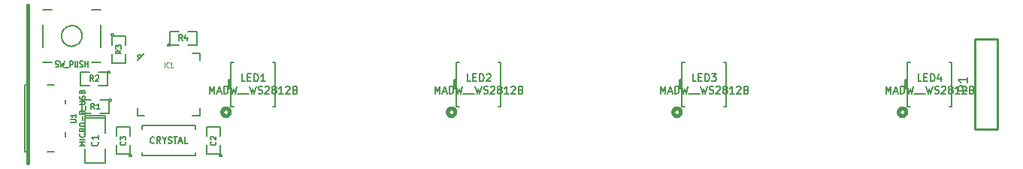
<source format=gto>
G04 (created by PCBNEW-RS274X (2012-apr-16-27)-stable) date Sun 05 Jan 2014 01:48:33 PM CET*
G01*
G70*
G90*
%MOIN*%
G04 Gerber Fmt 3.4, Leading zero omitted, Abs format*
%FSLAX34Y34*%
G04 APERTURE LIST*
%ADD10C,0.006000*%
%ADD11C,0.015000*%
%ADD12C,0.005000*%
%ADD13C,0.010000*%
%ADD14C,0.007000*%
%ADD15C,0.008000*%
%ADD16C,0.004500*%
%ADD17C,0.005500*%
G04 APERTURE END LIST*
G54D10*
G54D11*
X35000Y-19250D02*
X35000Y-26250D01*
G54D12*
X38450Y-24250D02*
X38450Y-24150D01*
X38450Y-24150D02*
X37550Y-24150D01*
X37550Y-24150D02*
X37550Y-24250D01*
X38450Y-24250D02*
X37550Y-24250D01*
X37550Y-24250D02*
X37550Y-24900D01*
X38450Y-25600D02*
X38450Y-26250D01*
X38450Y-26250D02*
X37550Y-26250D01*
X37550Y-26250D02*
X37550Y-25600D01*
X38450Y-24900D02*
X38450Y-24250D01*
X43600Y-25900D02*
X43599Y-25909D01*
X43596Y-25919D01*
X43591Y-25927D01*
X43585Y-25935D01*
X43577Y-25941D01*
X43569Y-25946D01*
X43560Y-25948D01*
X43550Y-25949D01*
X43541Y-25949D01*
X43532Y-25946D01*
X43523Y-25941D01*
X43516Y-25935D01*
X43509Y-25928D01*
X43505Y-25919D01*
X43502Y-25910D01*
X43501Y-25900D01*
X43501Y-25891D01*
X43504Y-25882D01*
X43508Y-25873D01*
X43515Y-25866D01*
X43522Y-25859D01*
X43530Y-25855D01*
X43540Y-25852D01*
X43549Y-25851D01*
X43558Y-25851D01*
X43568Y-25854D01*
X43576Y-25858D01*
X43584Y-25864D01*
X43590Y-25872D01*
X43595Y-25880D01*
X43598Y-25889D01*
X43599Y-25899D01*
X43600Y-25900D01*
X43550Y-25450D02*
X43550Y-25850D01*
X43550Y-25850D02*
X42950Y-25850D01*
X42950Y-25850D02*
X42950Y-25450D01*
X42950Y-25050D02*
X42950Y-24650D01*
X42950Y-24650D02*
X43550Y-24650D01*
X43550Y-24650D02*
X43550Y-25050D01*
X39600Y-25900D02*
X39599Y-25909D01*
X39596Y-25919D01*
X39591Y-25927D01*
X39585Y-25935D01*
X39577Y-25941D01*
X39569Y-25946D01*
X39560Y-25948D01*
X39550Y-25949D01*
X39541Y-25949D01*
X39532Y-25946D01*
X39523Y-25941D01*
X39516Y-25935D01*
X39509Y-25928D01*
X39505Y-25919D01*
X39502Y-25910D01*
X39501Y-25900D01*
X39501Y-25891D01*
X39504Y-25882D01*
X39508Y-25873D01*
X39515Y-25866D01*
X39522Y-25859D01*
X39530Y-25855D01*
X39540Y-25852D01*
X39549Y-25851D01*
X39558Y-25851D01*
X39568Y-25854D01*
X39576Y-25858D01*
X39584Y-25864D01*
X39590Y-25872D01*
X39595Y-25880D01*
X39598Y-25889D01*
X39599Y-25899D01*
X39600Y-25900D01*
X39550Y-25450D02*
X39550Y-25850D01*
X39550Y-25850D02*
X38950Y-25850D01*
X38950Y-25850D02*
X38950Y-25450D01*
X38950Y-25050D02*
X38950Y-24650D01*
X38950Y-24650D02*
X39550Y-24650D01*
X39550Y-24650D02*
X39550Y-25050D01*
X38700Y-23450D02*
X38699Y-23459D01*
X38696Y-23469D01*
X38691Y-23477D01*
X38685Y-23485D01*
X38677Y-23491D01*
X38669Y-23496D01*
X38660Y-23498D01*
X38650Y-23499D01*
X38641Y-23499D01*
X38632Y-23496D01*
X38623Y-23491D01*
X38616Y-23485D01*
X38609Y-23478D01*
X38605Y-23469D01*
X38602Y-23460D01*
X38601Y-23450D01*
X38601Y-23441D01*
X38604Y-23432D01*
X38608Y-23423D01*
X38615Y-23416D01*
X38622Y-23409D01*
X38630Y-23405D01*
X38640Y-23402D01*
X38649Y-23401D01*
X38658Y-23401D01*
X38668Y-23404D01*
X38676Y-23408D01*
X38684Y-23414D01*
X38690Y-23422D01*
X38695Y-23430D01*
X38698Y-23439D01*
X38699Y-23449D01*
X38700Y-23450D01*
X38200Y-23450D02*
X38600Y-23450D01*
X38600Y-23450D02*
X38600Y-24050D01*
X38600Y-24050D02*
X38200Y-24050D01*
X37800Y-24050D02*
X37400Y-24050D01*
X37400Y-24050D02*
X37400Y-23450D01*
X37400Y-23450D02*
X37800Y-23450D01*
X38650Y-22200D02*
X38649Y-22209D01*
X38646Y-22219D01*
X38641Y-22227D01*
X38635Y-22235D01*
X38627Y-22241D01*
X38619Y-22246D01*
X38610Y-22248D01*
X38600Y-22249D01*
X38591Y-22249D01*
X38582Y-22246D01*
X38573Y-22241D01*
X38566Y-22235D01*
X38559Y-22228D01*
X38555Y-22219D01*
X38552Y-22210D01*
X38551Y-22200D01*
X38551Y-22191D01*
X38554Y-22182D01*
X38558Y-22173D01*
X38565Y-22166D01*
X38572Y-22159D01*
X38580Y-22155D01*
X38590Y-22152D01*
X38599Y-22151D01*
X38608Y-22151D01*
X38618Y-22154D01*
X38626Y-22158D01*
X38634Y-22164D01*
X38640Y-22172D01*
X38645Y-22180D01*
X38648Y-22189D01*
X38649Y-22199D01*
X38650Y-22200D01*
X38150Y-22200D02*
X38550Y-22200D01*
X38550Y-22200D02*
X38550Y-22800D01*
X38550Y-22800D02*
X38150Y-22800D01*
X37750Y-22800D02*
X37350Y-22800D01*
X37350Y-22800D02*
X37350Y-22200D01*
X37350Y-22200D02*
X37750Y-22200D01*
X38800Y-20550D02*
X38799Y-20559D01*
X38796Y-20569D01*
X38791Y-20577D01*
X38785Y-20585D01*
X38777Y-20591D01*
X38769Y-20596D01*
X38760Y-20598D01*
X38750Y-20599D01*
X38741Y-20599D01*
X38732Y-20596D01*
X38723Y-20591D01*
X38716Y-20585D01*
X38709Y-20578D01*
X38705Y-20569D01*
X38702Y-20560D01*
X38701Y-20550D01*
X38701Y-20541D01*
X38704Y-20532D01*
X38708Y-20523D01*
X38715Y-20516D01*
X38722Y-20509D01*
X38730Y-20505D01*
X38740Y-20502D01*
X38749Y-20501D01*
X38758Y-20501D01*
X38768Y-20504D01*
X38776Y-20508D01*
X38784Y-20514D01*
X38790Y-20522D01*
X38795Y-20530D01*
X38798Y-20539D01*
X38799Y-20549D01*
X38800Y-20550D01*
X38750Y-21000D02*
X38750Y-20600D01*
X38750Y-20600D02*
X39350Y-20600D01*
X39350Y-20600D02*
X39350Y-21000D01*
X39350Y-21400D02*
X39350Y-21800D01*
X39350Y-21800D02*
X38750Y-21800D01*
X38750Y-21800D02*
X38750Y-21400D01*
G54D13*
X78000Y-20750D02*
X78000Y-24750D01*
X77000Y-20750D02*
X77000Y-24750D01*
X77000Y-24750D02*
X78000Y-24750D01*
X78000Y-20750D02*
X77000Y-20750D01*
G54D14*
X42431Y-24581D02*
X42431Y-24738D01*
X40069Y-24581D02*
X42431Y-24581D01*
X40069Y-24581D02*
X40069Y-24738D01*
X40069Y-25919D02*
X40069Y-25762D01*
X42431Y-25919D02*
X40069Y-25919D01*
X42431Y-25919D02*
X42431Y-25762D01*
X36657Y-25077D02*
X36657Y-24880D01*
X36657Y-23423D02*
X36657Y-23620D01*
X35870Y-22754D02*
X36185Y-22754D01*
X35870Y-25746D02*
X36185Y-25746D01*
X34886Y-22754D02*
X34886Y-25746D01*
X34886Y-25746D02*
X35043Y-25746D01*
X34886Y-22754D02*
X35043Y-22754D01*
X40020Y-21490D02*
X40018Y-21503D01*
X40014Y-21516D01*
X40008Y-21528D01*
X39999Y-21539D01*
X39989Y-21548D01*
X39977Y-21554D01*
X39964Y-21558D01*
X39950Y-21559D01*
X39937Y-21558D01*
X39924Y-21554D01*
X39912Y-21548D01*
X39902Y-21540D01*
X39893Y-21529D01*
X39886Y-21517D01*
X39882Y-21504D01*
X39881Y-21490D01*
X39882Y-21478D01*
X39885Y-21465D01*
X39892Y-21453D01*
X39900Y-21442D01*
X39911Y-21433D01*
X39922Y-21426D01*
X39935Y-21422D01*
X39949Y-21421D01*
X39962Y-21422D01*
X39975Y-21425D01*
X39987Y-21431D01*
X39998Y-21440D01*
X40007Y-21450D01*
X40013Y-21462D01*
X40018Y-21475D01*
X40019Y-21489D01*
X40020Y-21490D01*
X39872Y-21687D02*
X40167Y-21372D01*
X40167Y-24128D02*
X39872Y-24128D01*
X39872Y-24128D02*
X39872Y-23813D01*
X42628Y-23813D02*
X42628Y-24128D01*
X42628Y-24128D02*
X42313Y-24128D01*
X42628Y-21372D02*
X42628Y-21667D01*
X42313Y-21372D02*
X42628Y-21372D01*
G54D12*
X41300Y-21000D02*
X41299Y-21009D01*
X41296Y-21019D01*
X41291Y-21027D01*
X41285Y-21035D01*
X41277Y-21041D01*
X41269Y-21046D01*
X41260Y-21048D01*
X41250Y-21049D01*
X41241Y-21049D01*
X41232Y-21046D01*
X41223Y-21041D01*
X41216Y-21035D01*
X41209Y-21028D01*
X41205Y-21019D01*
X41202Y-21010D01*
X41201Y-21000D01*
X41201Y-20991D01*
X41204Y-20982D01*
X41208Y-20973D01*
X41215Y-20966D01*
X41222Y-20959D01*
X41230Y-20955D01*
X41240Y-20952D01*
X41249Y-20951D01*
X41258Y-20951D01*
X41268Y-20954D01*
X41276Y-20958D01*
X41284Y-20964D01*
X41290Y-20972D01*
X41295Y-20980D01*
X41298Y-20989D01*
X41299Y-20999D01*
X41300Y-21000D01*
X41700Y-21000D02*
X41300Y-21000D01*
X41300Y-21000D02*
X41300Y-20400D01*
X41300Y-20400D02*
X41700Y-20400D01*
X42100Y-20400D02*
X42500Y-20400D01*
X42500Y-20400D02*
X42500Y-21000D01*
X42500Y-21000D02*
X42100Y-21000D01*
G54D11*
X43946Y-23970D02*
X43942Y-24002D01*
X43933Y-24033D01*
X43918Y-24061D01*
X43897Y-24086D01*
X43872Y-24107D01*
X43844Y-24123D01*
X43813Y-24132D01*
X43781Y-24135D01*
X43749Y-24133D01*
X43718Y-24123D01*
X43690Y-24108D01*
X43664Y-24088D01*
X43644Y-24063D01*
X43628Y-24035D01*
X43618Y-24004D01*
X43615Y-23972D01*
X43617Y-23941D01*
X43626Y-23909D01*
X43641Y-23881D01*
X43661Y-23855D01*
X43686Y-23834D01*
X43714Y-23818D01*
X43745Y-23808D01*
X43777Y-23805D01*
X43808Y-23807D01*
X43840Y-23816D01*
X43868Y-23830D01*
X43894Y-23850D01*
X43915Y-23875D01*
X43931Y-23903D01*
X43941Y-23934D01*
X43945Y-23966D01*
X43946Y-23970D01*
G54D15*
X43976Y-22947D02*
X43976Y-22553D01*
X44016Y-22553D02*
X43898Y-22553D01*
X43898Y-22553D02*
X43898Y-22947D01*
X43898Y-22947D02*
X44016Y-22947D01*
X45984Y-23734D02*
X45866Y-23734D01*
X45984Y-21766D02*
X45866Y-21766D01*
X44016Y-21766D02*
X44134Y-21766D01*
X44016Y-21766D02*
X44016Y-23734D01*
X44016Y-23734D02*
X44134Y-23734D01*
X45984Y-21766D02*
X45984Y-23734D01*
G54D11*
X53946Y-23970D02*
X53942Y-24002D01*
X53933Y-24033D01*
X53918Y-24061D01*
X53897Y-24086D01*
X53872Y-24107D01*
X53844Y-24123D01*
X53813Y-24132D01*
X53781Y-24135D01*
X53749Y-24133D01*
X53718Y-24123D01*
X53690Y-24108D01*
X53664Y-24088D01*
X53644Y-24063D01*
X53628Y-24035D01*
X53618Y-24004D01*
X53615Y-23972D01*
X53617Y-23941D01*
X53626Y-23909D01*
X53641Y-23881D01*
X53661Y-23855D01*
X53686Y-23834D01*
X53714Y-23818D01*
X53745Y-23808D01*
X53777Y-23805D01*
X53808Y-23807D01*
X53840Y-23816D01*
X53868Y-23830D01*
X53894Y-23850D01*
X53915Y-23875D01*
X53931Y-23903D01*
X53941Y-23934D01*
X53945Y-23966D01*
X53946Y-23970D01*
G54D15*
X53976Y-22947D02*
X53976Y-22553D01*
X54016Y-22553D02*
X53898Y-22553D01*
X53898Y-22553D02*
X53898Y-22947D01*
X53898Y-22947D02*
X54016Y-22947D01*
X55984Y-23734D02*
X55866Y-23734D01*
X55984Y-21766D02*
X55866Y-21766D01*
X54016Y-21766D02*
X54134Y-21766D01*
X54016Y-21766D02*
X54016Y-23734D01*
X54016Y-23734D02*
X54134Y-23734D01*
X55984Y-21766D02*
X55984Y-23734D01*
G54D11*
X63946Y-23970D02*
X63942Y-24002D01*
X63933Y-24033D01*
X63918Y-24061D01*
X63897Y-24086D01*
X63872Y-24107D01*
X63844Y-24123D01*
X63813Y-24132D01*
X63781Y-24135D01*
X63749Y-24133D01*
X63718Y-24123D01*
X63690Y-24108D01*
X63664Y-24088D01*
X63644Y-24063D01*
X63628Y-24035D01*
X63618Y-24004D01*
X63615Y-23972D01*
X63617Y-23941D01*
X63626Y-23909D01*
X63641Y-23881D01*
X63661Y-23855D01*
X63686Y-23834D01*
X63714Y-23818D01*
X63745Y-23808D01*
X63777Y-23805D01*
X63808Y-23807D01*
X63840Y-23816D01*
X63868Y-23830D01*
X63894Y-23850D01*
X63915Y-23875D01*
X63931Y-23903D01*
X63941Y-23934D01*
X63945Y-23966D01*
X63946Y-23970D01*
G54D15*
X63976Y-22947D02*
X63976Y-22553D01*
X64016Y-22553D02*
X63898Y-22553D01*
X63898Y-22553D02*
X63898Y-22947D01*
X63898Y-22947D02*
X64016Y-22947D01*
X65984Y-23734D02*
X65866Y-23734D01*
X65984Y-21766D02*
X65866Y-21766D01*
X64016Y-21766D02*
X64134Y-21766D01*
X64016Y-21766D02*
X64016Y-23734D01*
X64016Y-23734D02*
X64134Y-23734D01*
X65984Y-21766D02*
X65984Y-23734D01*
G54D11*
X73946Y-23970D02*
X73942Y-24002D01*
X73933Y-24033D01*
X73918Y-24061D01*
X73897Y-24086D01*
X73872Y-24107D01*
X73844Y-24123D01*
X73813Y-24132D01*
X73781Y-24135D01*
X73749Y-24133D01*
X73718Y-24123D01*
X73690Y-24108D01*
X73664Y-24088D01*
X73644Y-24063D01*
X73628Y-24035D01*
X73618Y-24004D01*
X73615Y-23972D01*
X73617Y-23941D01*
X73626Y-23909D01*
X73641Y-23881D01*
X73661Y-23855D01*
X73686Y-23834D01*
X73714Y-23818D01*
X73745Y-23808D01*
X73777Y-23805D01*
X73808Y-23807D01*
X73840Y-23816D01*
X73868Y-23830D01*
X73894Y-23850D01*
X73915Y-23875D01*
X73931Y-23903D01*
X73941Y-23934D01*
X73945Y-23966D01*
X73946Y-23970D01*
G54D15*
X73976Y-22947D02*
X73976Y-22553D01*
X74016Y-22553D02*
X73898Y-22553D01*
X73898Y-22553D02*
X73898Y-22947D01*
X73898Y-22947D02*
X74016Y-22947D01*
X75984Y-23734D02*
X75866Y-23734D01*
X75984Y-21766D02*
X75866Y-21766D01*
X74016Y-21766D02*
X74134Y-21766D01*
X74016Y-21766D02*
X74016Y-23734D01*
X74016Y-23734D02*
X74134Y-23734D01*
X75984Y-21766D02*
X75984Y-23734D01*
G54D14*
X36068Y-21776D02*
X35676Y-21776D01*
X38224Y-21776D02*
X37832Y-21776D01*
X35676Y-19424D02*
X36068Y-19424D01*
X38224Y-19424D02*
X37832Y-19424D01*
X35676Y-20110D02*
X35676Y-21090D01*
X38224Y-21090D02*
X38224Y-20110D01*
G54D15*
X37406Y-20600D02*
X37397Y-20688D01*
X37371Y-20773D01*
X37329Y-20852D01*
X37273Y-20921D01*
X37204Y-20978D01*
X37126Y-21020D01*
X37041Y-21046D01*
X36953Y-21055D01*
X36865Y-21047D01*
X36780Y-21022D01*
X36701Y-20981D01*
X36631Y-20925D01*
X36574Y-20857D01*
X36531Y-20779D01*
X36504Y-20694D01*
X36495Y-20606D01*
X36502Y-20518D01*
X36527Y-20433D01*
X36567Y-20353D01*
X36622Y-20284D01*
X36690Y-20226D01*
X36768Y-20183D01*
X36853Y-20155D01*
X36941Y-20145D01*
X37029Y-20151D01*
X37114Y-20175D01*
X37194Y-20215D01*
X37264Y-20270D01*
X37322Y-20338D01*
X37366Y-20415D01*
X37394Y-20499D01*
X37405Y-20588D01*
X37406Y-20600D01*
G54D12*
X38093Y-25300D02*
X38107Y-25314D01*
X38121Y-25357D01*
X38121Y-25386D01*
X38107Y-25429D01*
X38079Y-25457D01*
X38050Y-25472D01*
X37993Y-25486D01*
X37950Y-25486D01*
X37893Y-25472D01*
X37864Y-25457D01*
X37836Y-25429D01*
X37821Y-25386D01*
X37821Y-25357D01*
X37836Y-25314D01*
X37850Y-25300D01*
X38121Y-25014D02*
X38121Y-25186D01*
X38121Y-25100D02*
X37821Y-25100D01*
X37864Y-25129D01*
X37893Y-25157D01*
X37907Y-25186D01*
X43327Y-25292D02*
X43339Y-25304D01*
X43351Y-25339D01*
X43351Y-25363D01*
X43339Y-25399D01*
X43315Y-25423D01*
X43292Y-25434D01*
X43244Y-25446D01*
X43208Y-25446D01*
X43161Y-25434D01*
X43137Y-25423D01*
X43113Y-25399D01*
X43101Y-25363D01*
X43101Y-25339D01*
X43113Y-25304D01*
X43125Y-25292D01*
X43125Y-25196D02*
X43113Y-25184D01*
X43101Y-25161D01*
X43101Y-25101D01*
X43113Y-25077D01*
X43125Y-25065D01*
X43149Y-25054D01*
X43173Y-25054D01*
X43208Y-25065D01*
X43351Y-25208D01*
X43351Y-25054D01*
X39327Y-25292D02*
X39339Y-25304D01*
X39351Y-25339D01*
X39351Y-25363D01*
X39339Y-25399D01*
X39315Y-25423D01*
X39292Y-25434D01*
X39244Y-25446D01*
X39208Y-25446D01*
X39161Y-25434D01*
X39137Y-25423D01*
X39113Y-25399D01*
X39101Y-25363D01*
X39101Y-25339D01*
X39113Y-25304D01*
X39125Y-25292D01*
X39101Y-25208D02*
X39101Y-25054D01*
X39196Y-25137D01*
X39196Y-25101D01*
X39208Y-25077D01*
X39220Y-25065D01*
X39244Y-25054D01*
X39304Y-25054D01*
X39327Y-25065D01*
X39339Y-25077D01*
X39351Y-25101D01*
X39351Y-25173D01*
X39339Y-25196D01*
X39327Y-25208D01*
X37958Y-23851D02*
X37875Y-23732D01*
X37816Y-23851D02*
X37816Y-23601D01*
X37911Y-23601D01*
X37935Y-23613D01*
X37946Y-23625D01*
X37958Y-23649D01*
X37958Y-23685D01*
X37946Y-23708D01*
X37935Y-23720D01*
X37911Y-23732D01*
X37816Y-23732D01*
X38196Y-23851D02*
X38054Y-23851D01*
X38125Y-23851D02*
X38125Y-23601D01*
X38101Y-23637D01*
X38077Y-23661D01*
X38054Y-23673D01*
X37908Y-22601D02*
X37825Y-22482D01*
X37766Y-22601D02*
X37766Y-22351D01*
X37861Y-22351D01*
X37885Y-22363D01*
X37896Y-22375D01*
X37908Y-22399D01*
X37908Y-22435D01*
X37896Y-22458D01*
X37885Y-22470D01*
X37861Y-22482D01*
X37766Y-22482D01*
X38004Y-22375D02*
X38016Y-22363D01*
X38039Y-22351D01*
X38099Y-22351D01*
X38123Y-22363D01*
X38135Y-22375D01*
X38146Y-22399D01*
X38146Y-22423D01*
X38135Y-22458D01*
X37992Y-22601D01*
X38146Y-22601D01*
X39151Y-21242D02*
X39032Y-21325D01*
X39151Y-21384D02*
X38901Y-21384D01*
X38901Y-21289D01*
X38913Y-21265D01*
X38925Y-21254D01*
X38949Y-21242D01*
X38985Y-21242D01*
X39008Y-21254D01*
X39020Y-21265D01*
X39032Y-21289D01*
X39032Y-21384D01*
X38901Y-21158D02*
X38901Y-21004D01*
X38996Y-21087D01*
X38996Y-21051D01*
X39008Y-21027D01*
X39020Y-21015D01*
X39044Y-21004D01*
X39104Y-21004D01*
X39127Y-21015D01*
X39139Y-21027D01*
X39151Y-21051D01*
X39151Y-21123D01*
X39139Y-21146D01*
X39127Y-21158D01*
G54D15*
X76662Y-23045D02*
X76262Y-23045D01*
X76262Y-22892D01*
X76281Y-22854D01*
X76300Y-22835D01*
X76338Y-22816D01*
X76395Y-22816D01*
X76433Y-22835D01*
X76452Y-22854D01*
X76471Y-22892D01*
X76471Y-23045D01*
X76662Y-22435D02*
X76662Y-22664D01*
X76662Y-22550D02*
X76262Y-22550D01*
X76319Y-22588D01*
X76357Y-22626D01*
X76376Y-22664D01*
G54D14*
X40604Y-25337D02*
X40590Y-25350D01*
X40550Y-25363D01*
X40524Y-25363D01*
X40484Y-25350D01*
X40457Y-25323D01*
X40444Y-25297D01*
X40430Y-25243D01*
X40430Y-25203D01*
X40444Y-25150D01*
X40457Y-25123D01*
X40484Y-25097D01*
X40524Y-25083D01*
X40550Y-25083D01*
X40590Y-25097D01*
X40604Y-25110D01*
X40884Y-25363D02*
X40790Y-25230D01*
X40724Y-25363D02*
X40724Y-25083D01*
X40830Y-25083D01*
X40857Y-25097D01*
X40870Y-25110D01*
X40884Y-25137D01*
X40884Y-25177D01*
X40870Y-25203D01*
X40857Y-25217D01*
X40830Y-25230D01*
X40724Y-25230D01*
X41057Y-25230D02*
X41057Y-25363D01*
X40964Y-25083D02*
X41057Y-25230D01*
X41150Y-25083D01*
X41230Y-25350D02*
X41270Y-25363D01*
X41337Y-25363D01*
X41364Y-25350D01*
X41377Y-25337D01*
X41390Y-25310D01*
X41390Y-25283D01*
X41377Y-25257D01*
X41364Y-25243D01*
X41337Y-25230D01*
X41284Y-25217D01*
X41257Y-25203D01*
X41244Y-25190D01*
X41230Y-25163D01*
X41230Y-25137D01*
X41244Y-25110D01*
X41257Y-25097D01*
X41284Y-25083D01*
X41350Y-25083D01*
X41390Y-25097D01*
X41471Y-25083D02*
X41631Y-25083D01*
X41551Y-25363D02*
X41551Y-25083D01*
X41710Y-25283D02*
X41844Y-25283D01*
X41684Y-25363D02*
X41777Y-25083D01*
X41870Y-25363D01*
X42097Y-25363D02*
X41964Y-25363D01*
X41964Y-25083D01*
G54D10*
X36908Y-24433D02*
X37102Y-24433D01*
X37125Y-24421D01*
X37137Y-24410D01*
X37148Y-24387D01*
X37148Y-24341D01*
X37137Y-24319D01*
X37125Y-24307D01*
X37102Y-24296D01*
X36908Y-24296D01*
X37148Y-24056D02*
X37148Y-24193D01*
X37148Y-24125D02*
X36908Y-24125D01*
X36942Y-24148D01*
X36965Y-24170D01*
X36977Y-24193D01*
X37542Y-25472D02*
X37302Y-25472D01*
X37474Y-25392D01*
X37302Y-25312D01*
X37542Y-25312D01*
X37542Y-25198D02*
X37302Y-25198D01*
X37519Y-24947D02*
X37531Y-24958D01*
X37542Y-24992D01*
X37542Y-25015D01*
X37531Y-25050D01*
X37508Y-25072D01*
X37485Y-25084D01*
X37439Y-25095D01*
X37405Y-25095D01*
X37359Y-25084D01*
X37336Y-25072D01*
X37314Y-25050D01*
X37302Y-25015D01*
X37302Y-24992D01*
X37314Y-24958D01*
X37325Y-24947D01*
X37542Y-24707D02*
X37428Y-24787D01*
X37542Y-24844D02*
X37302Y-24844D01*
X37302Y-24752D01*
X37314Y-24730D01*
X37325Y-24718D01*
X37348Y-24707D01*
X37382Y-24707D01*
X37405Y-24718D01*
X37416Y-24730D01*
X37428Y-24752D01*
X37428Y-24844D01*
X37302Y-24558D02*
X37302Y-24512D01*
X37314Y-24490D01*
X37336Y-24467D01*
X37382Y-24455D01*
X37462Y-24455D01*
X37508Y-24467D01*
X37531Y-24490D01*
X37542Y-24512D01*
X37542Y-24558D01*
X37531Y-24581D01*
X37508Y-24604D01*
X37462Y-24615D01*
X37382Y-24615D01*
X37336Y-24604D01*
X37314Y-24581D01*
X37302Y-24558D01*
X37451Y-24353D02*
X37451Y-24170D01*
X37416Y-23976D02*
X37428Y-23942D01*
X37439Y-23930D01*
X37462Y-23919D01*
X37496Y-23919D01*
X37519Y-23930D01*
X37531Y-23942D01*
X37542Y-23964D01*
X37542Y-24056D01*
X37302Y-24056D01*
X37302Y-23976D01*
X37314Y-23953D01*
X37325Y-23942D01*
X37348Y-23930D01*
X37371Y-23930D01*
X37394Y-23942D01*
X37405Y-23953D01*
X37416Y-23976D01*
X37416Y-24056D01*
X37565Y-23873D02*
X37565Y-23690D01*
X37302Y-23633D02*
X37496Y-23633D01*
X37519Y-23621D01*
X37531Y-23610D01*
X37542Y-23587D01*
X37542Y-23541D01*
X37531Y-23519D01*
X37519Y-23507D01*
X37496Y-23496D01*
X37302Y-23496D01*
X37531Y-23393D02*
X37542Y-23359D01*
X37542Y-23302D01*
X37531Y-23279D01*
X37519Y-23268D01*
X37496Y-23256D01*
X37474Y-23256D01*
X37451Y-23268D01*
X37439Y-23279D01*
X37428Y-23302D01*
X37416Y-23348D01*
X37405Y-23370D01*
X37394Y-23382D01*
X37371Y-23393D01*
X37348Y-23393D01*
X37325Y-23382D01*
X37314Y-23370D01*
X37302Y-23348D01*
X37302Y-23290D01*
X37314Y-23256D01*
X37416Y-23073D02*
X37428Y-23039D01*
X37439Y-23027D01*
X37462Y-23016D01*
X37496Y-23016D01*
X37519Y-23027D01*
X37531Y-23039D01*
X37542Y-23061D01*
X37542Y-23153D01*
X37302Y-23153D01*
X37302Y-23073D01*
X37314Y-23050D01*
X37325Y-23039D01*
X37348Y-23027D01*
X37371Y-23027D01*
X37394Y-23039D01*
X37405Y-23050D01*
X37416Y-23073D01*
X37416Y-23153D01*
G54D16*
X41075Y-21997D02*
X41075Y-21757D01*
X41264Y-21974D02*
X41255Y-21986D01*
X41229Y-21997D01*
X41212Y-21997D01*
X41187Y-21986D01*
X41169Y-21963D01*
X41161Y-21940D01*
X41152Y-21894D01*
X41152Y-21860D01*
X41161Y-21814D01*
X41169Y-21791D01*
X41187Y-21769D01*
X41212Y-21757D01*
X41229Y-21757D01*
X41255Y-21769D01*
X41264Y-21780D01*
X41435Y-21997D02*
X41332Y-21997D01*
X41384Y-21997D02*
X41384Y-21757D01*
X41367Y-21791D01*
X41349Y-21814D01*
X41332Y-21826D01*
G54D12*
X41858Y-20801D02*
X41775Y-20682D01*
X41716Y-20801D02*
X41716Y-20551D01*
X41811Y-20551D01*
X41835Y-20563D01*
X41846Y-20575D01*
X41858Y-20599D01*
X41858Y-20635D01*
X41846Y-20658D01*
X41835Y-20670D01*
X41811Y-20682D01*
X41716Y-20682D01*
X42073Y-20635D02*
X42073Y-20801D01*
X42013Y-20539D02*
X41954Y-20718D01*
X42108Y-20718D01*
G54D15*
X44642Y-22604D02*
X44489Y-22604D01*
X44489Y-22284D01*
X44748Y-22436D02*
X44855Y-22436D01*
X44901Y-22604D02*
X44748Y-22604D01*
X44748Y-22284D01*
X44901Y-22284D01*
X45038Y-22604D02*
X45038Y-22284D01*
X45114Y-22284D01*
X45160Y-22299D01*
X45191Y-22329D01*
X45206Y-22360D01*
X45221Y-22421D01*
X45221Y-22466D01*
X45206Y-22527D01*
X45191Y-22558D01*
X45160Y-22588D01*
X45114Y-22604D01*
X45038Y-22604D01*
X45526Y-22604D02*
X45343Y-22604D01*
X45434Y-22604D02*
X45434Y-22284D01*
X45404Y-22329D01*
X45373Y-22360D01*
X45343Y-22375D01*
X43064Y-23156D02*
X43064Y-22836D01*
X43171Y-23064D01*
X43278Y-22836D01*
X43278Y-23156D01*
X43415Y-23064D02*
X43567Y-23064D01*
X43384Y-23156D02*
X43491Y-22836D01*
X43598Y-23156D01*
X43704Y-23156D02*
X43704Y-22836D01*
X43780Y-22836D01*
X43826Y-22851D01*
X43857Y-22881D01*
X43872Y-22912D01*
X43887Y-22973D01*
X43887Y-23018D01*
X43872Y-23079D01*
X43857Y-23110D01*
X43826Y-23140D01*
X43780Y-23156D01*
X43704Y-23156D01*
X43994Y-22836D02*
X44070Y-23156D01*
X44131Y-22927D01*
X44192Y-23156D01*
X44268Y-22836D01*
X44314Y-23186D02*
X44558Y-23186D01*
X44558Y-23186D02*
X44802Y-23186D01*
X44848Y-22836D02*
X44924Y-23156D01*
X44985Y-22927D01*
X45046Y-23156D01*
X45122Y-22836D01*
X45229Y-23140D02*
X45275Y-23156D01*
X45351Y-23156D01*
X45381Y-23140D01*
X45397Y-23125D01*
X45412Y-23095D01*
X45412Y-23064D01*
X45397Y-23034D01*
X45381Y-23018D01*
X45351Y-23003D01*
X45290Y-22988D01*
X45259Y-22973D01*
X45244Y-22957D01*
X45229Y-22927D01*
X45229Y-22896D01*
X45244Y-22866D01*
X45259Y-22851D01*
X45290Y-22836D01*
X45366Y-22836D01*
X45412Y-22851D01*
X45534Y-22866D02*
X45549Y-22851D01*
X45580Y-22836D01*
X45656Y-22836D01*
X45686Y-22851D01*
X45702Y-22866D01*
X45717Y-22896D01*
X45717Y-22927D01*
X45702Y-22973D01*
X45519Y-23156D01*
X45717Y-23156D01*
X45900Y-22973D02*
X45869Y-22957D01*
X45854Y-22942D01*
X45839Y-22912D01*
X45839Y-22896D01*
X45854Y-22866D01*
X45869Y-22851D01*
X45900Y-22836D01*
X45961Y-22836D01*
X45991Y-22851D01*
X46007Y-22866D01*
X46022Y-22896D01*
X46022Y-22912D01*
X46007Y-22942D01*
X45991Y-22957D01*
X45961Y-22973D01*
X45900Y-22973D01*
X45869Y-22988D01*
X45854Y-23003D01*
X45839Y-23034D01*
X45839Y-23095D01*
X45854Y-23125D01*
X45869Y-23140D01*
X45900Y-23156D01*
X45961Y-23156D01*
X45991Y-23140D01*
X46007Y-23125D01*
X46022Y-23095D01*
X46022Y-23034D01*
X46007Y-23003D01*
X45991Y-22988D01*
X45961Y-22973D01*
X46327Y-23156D02*
X46144Y-23156D01*
X46235Y-23156D02*
X46235Y-22836D01*
X46205Y-22881D01*
X46174Y-22912D01*
X46144Y-22927D01*
X46449Y-22866D02*
X46464Y-22851D01*
X46495Y-22836D01*
X46571Y-22836D01*
X46601Y-22851D01*
X46617Y-22866D01*
X46632Y-22896D01*
X46632Y-22927D01*
X46617Y-22973D01*
X46434Y-23156D01*
X46632Y-23156D01*
X46876Y-22988D02*
X46922Y-23003D01*
X46937Y-23018D01*
X46952Y-23049D01*
X46952Y-23095D01*
X46937Y-23125D01*
X46922Y-23140D01*
X46891Y-23156D01*
X46769Y-23156D01*
X46769Y-22836D01*
X46876Y-22836D01*
X46906Y-22851D01*
X46922Y-22866D01*
X46937Y-22896D01*
X46937Y-22927D01*
X46922Y-22957D01*
X46906Y-22973D01*
X46876Y-22988D01*
X46769Y-22988D01*
X54642Y-22604D02*
X54489Y-22604D01*
X54489Y-22284D01*
X54748Y-22436D02*
X54855Y-22436D01*
X54901Y-22604D02*
X54748Y-22604D01*
X54748Y-22284D01*
X54901Y-22284D01*
X55038Y-22604D02*
X55038Y-22284D01*
X55114Y-22284D01*
X55160Y-22299D01*
X55191Y-22329D01*
X55206Y-22360D01*
X55221Y-22421D01*
X55221Y-22466D01*
X55206Y-22527D01*
X55191Y-22558D01*
X55160Y-22588D01*
X55114Y-22604D01*
X55038Y-22604D01*
X55343Y-22314D02*
X55358Y-22299D01*
X55389Y-22284D01*
X55465Y-22284D01*
X55495Y-22299D01*
X55511Y-22314D01*
X55526Y-22344D01*
X55526Y-22375D01*
X55511Y-22421D01*
X55328Y-22604D01*
X55526Y-22604D01*
X53064Y-23156D02*
X53064Y-22836D01*
X53171Y-23064D01*
X53278Y-22836D01*
X53278Y-23156D01*
X53415Y-23064D02*
X53567Y-23064D01*
X53384Y-23156D02*
X53491Y-22836D01*
X53598Y-23156D01*
X53704Y-23156D02*
X53704Y-22836D01*
X53780Y-22836D01*
X53826Y-22851D01*
X53857Y-22881D01*
X53872Y-22912D01*
X53887Y-22973D01*
X53887Y-23018D01*
X53872Y-23079D01*
X53857Y-23110D01*
X53826Y-23140D01*
X53780Y-23156D01*
X53704Y-23156D01*
X53994Y-22836D02*
X54070Y-23156D01*
X54131Y-22927D01*
X54192Y-23156D01*
X54268Y-22836D01*
X54314Y-23186D02*
X54558Y-23186D01*
X54558Y-23186D02*
X54802Y-23186D01*
X54848Y-22836D02*
X54924Y-23156D01*
X54985Y-22927D01*
X55046Y-23156D01*
X55122Y-22836D01*
X55229Y-23140D02*
X55275Y-23156D01*
X55351Y-23156D01*
X55381Y-23140D01*
X55397Y-23125D01*
X55412Y-23095D01*
X55412Y-23064D01*
X55397Y-23034D01*
X55381Y-23018D01*
X55351Y-23003D01*
X55290Y-22988D01*
X55259Y-22973D01*
X55244Y-22957D01*
X55229Y-22927D01*
X55229Y-22896D01*
X55244Y-22866D01*
X55259Y-22851D01*
X55290Y-22836D01*
X55366Y-22836D01*
X55412Y-22851D01*
X55534Y-22866D02*
X55549Y-22851D01*
X55580Y-22836D01*
X55656Y-22836D01*
X55686Y-22851D01*
X55702Y-22866D01*
X55717Y-22896D01*
X55717Y-22927D01*
X55702Y-22973D01*
X55519Y-23156D01*
X55717Y-23156D01*
X55900Y-22973D02*
X55869Y-22957D01*
X55854Y-22942D01*
X55839Y-22912D01*
X55839Y-22896D01*
X55854Y-22866D01*
X55869Y-22851D01*
X55900Y-22836D01*
X55961Y-22836D01*
X55991Y-22851D01*
X56007Y-22866D01*
X56022Y-22896D01*
X56022Y-22912D01*
X56007Y-22942D01*
X55991Y-22957D01*
X55961Y-22973D01*
X55900Y-22973D01*
X55869Y-22988D01*
X55854Y-23003D01*
X55839Y-23034D01*
X55839Y-23095D01*
X55854Y-23125D01*
X55869Y-23140D01*
X55900Y-23156D01*
X55961Y-23156D01*
X55991Y-23140D01*
X56007Y-23125D01*
X56022Y-23095D01*
X56022Y-23034D01*
X56007Y-23003D01*
X55991Y-22988D01*
X55961Y-22973D01*
X56327Y-23156D02*
X56144Y-23156D01*
X56235Y-23156D02*
X56235Y-22836D01*
X56205Y-22881D01*
X56174Y-22912D01*
X56144Y-22927D01*
X56449Y-22866D02*
X56464Y-22851D01*
X56495Y-22836D01*
X56571Y-22836D01*
X56601Y-22851D01*
X56617Y-22866D01*
X56632Y-22896D01*
X56632Y-22927D01*
X56617Y-22973D01*
X56434Y-23156D01*
X56632Y-23156D01*
X56876Y-22988D02*
X56922Y-23003D01*
X56937Y-23018D01*
X56952Y-23049D01*
X56952Y-23095D01*
X56937Y-23125D01*
X56922Y-23140D01*
X56891Y-23156D01*
X56769Y-23156D01*
X56769Y-22836D01*
X56876Y-22836D01*
X56906Y-22851D01*
X56922Y-22866D01*
X56937Y-22896D01*
X56937Y-22927D01*
X56922Y-22957D01*
X56906Y-22973D01*
X56876Y-22988D01*
X56769Y-22988D01*
X64642Y-22604D02*
X64489Y-22604D01*
X64489Y-22284D01*
X64748Y-22436D02*
X64855Y-22436D01*
X64901Y-22604D02*
X64748Y-22604D01*
X64748Y-22284D01*
X64901Y-22284D01*
X65038Y-22604D02*
X65038Y-22284D01*
X65114Y-22284D01*
X65160Y-22299D01*
X65191Y-22329D01*
X65206Y-22360D01*
X65221Y-22421D01*
X65221Y-22466D01*
X65206Y-22527D01*
X65191Y-22558D01*
X65160Y-22588D01*
X65114Y-22604D01*
X65038Y-22604D01*
X65328Y-22284D02*
X65526Y-22284D01*
X65419Y-22405D01*
X65465Y-22405D01*
X65495Y-22421D01*
X65511Y-22436D01*
X65526Y-22466D01*
X65526Y-22543D01*
X65511Y-22573D01*
X65495Y-22588D01*
X65465Y-22604D01*
X65373Y-22604D01*
X65343Y-22588D01*
X65328Y-22573D01*
X63064Y-23156D02*
X63064Y-22836D01*
X63171Y-23064D01*
X63278Y-22836D01*
X63278Y-23156D01*
X63415Y-23064D02*
X63567Y-23064D01*
X63384Y-23156D02*
X63491Y-22836D01*
X63598Y-23156D01*
X63704Y-23156D02*
X63704Y-22836D01*
X63780Y-22836D01*
X63826Y-22851D01*
X63857Y-22881D01*
X63872Y-22912D01*
X63887Y-22973D01*
X63887Y-23018D01*
X63872Y-23079D01*
X63857Y-23110D01*
X63826Y-23140D01*
X63780Y-23156D01*
X63704Y-23156D01*
X63994Y-22836D02*
X64070Y-23156D01*
X64131Y-22927D01*
X64192Y-23156D01*
X64268Y-22836D01*
X64314Y-23186D02*
X64558Y-23186D01*
X64558Y-23186D02*
X64802Y-23186D01*
X64848Y-22836D02*
X64924Y-23156D01*
X64985Y-22927D01*
X65046Y-23156D01*
X65122Y-22836D01*
X65229Y-23140D02*
X65275Y-23156D01*
X65351Y-23156D01*
X65381Y-23140D01*
X65397Y-23125D01*
X65412Y-23095D01*
X65412Y-23064D01*
X65397Y-23034D01*
X65381Y-23018D01*
X65351Y-23003D01*
X65290Y-22988D01*
X65259Y-22973D01*
X65244Y-22957D01*
X65229Y-22927D01*
X65229Y-22896D01*
X65244Y-22866D01*
X65259Y-22851D01*
X65290Y-22836D01*
X65366Y-22836D01*
X65412Y-22851D01*
X65534Y-22866D02*
X65549Y-22851D01*
X65580Y-22836D01*
X65656Y-22836D01*
X65686Y-22851D01*
X65702Y-22866D01*
X65717Y-22896D01*
X65717Y-22927D01*
X65702Y-22973D01*
X65519Y-23156D01*
X65717Y-23156D01*
X65900Y-22973D02*
X65869Y-22957D01*
X65854Y-22942D01*
X65839Y-22912D01*
X65839Y-22896D01*
X65854Y-22866D01*
X65869Y-22851D01*
X65900Y-22836D01*
X65961Y-22836D01*
X65991Y-22851D01*
X66007Y-22866D01*
X66022Y-22896D01*
X66022Y-22912D01*
X66007Y-22942D01*
X65991Y-22957D01*
X65961Y-22973D01*
X65900Y-22973D01*
X65869Y-22988D01*
X65854Y-23003D01*
X65839Y-23034D01*
X65839Y-23095D01*
X65854Y-23125D01*
X65869Y-23140D01*
X65900Y-23156D01*
X65961Y-23156D01*
X65991Y-23140D01*
X66007Y-23125D01*
X66022Y-23095D01*
X66022Y-23034D01*
X66007Y-23003D01*
X65991Y-22988D01*
X65961Y-22973D01*
X66327Y-23156D02*
X66144Y-23156D01*
X66235Y-23156D02*
X66235Y-22836D01*
X66205Y-22881D01*
X66174Y-22912D01*
X66144Y-22927D01*
X66449Y-22866D02*
X66464Y-22851D01*
X66495Y-22836D01*
X66571Y-22836D01*
X66601Y-22851D01*
X66617Y-22866D01*
X66632Y-22896D01*
X66632Y-22927D01*
X66617Y-22973D01*
X66434Y-23156D01*
X66632Y-23156D01*
X66876Y-22988D02*
X66922Y-23003D01*
X66937Y-23018D01*
X66952Y-23049D01*
X66952Y-23095D01*
X66937Y-23125D01*
X66922Y-23140D01*
X66891Y-23156D01*
X66769Y-23156D01*
X66769Y-22836D01*
X66876Y-22836D01*
X66906Y-22851D01*
X66922Y-22866D01*
X66937Y-22896D01*
X66937Y-22927D01*
X66922Y-22957D01*
X66906Y-22973D01*
X66876Y-22988D01*
X66769Y-22988D01*
X74642Y-22604D02*
X74489Y-22604D01*
X74489Y-22284D01*
X74748Y-22436D02*
X74855Y-22436D01*
X74901Y-22604D02*
X74748Y-22604D01*
X74748Y-22284D01*
X74901Y-22284D01*
X75038Y-22604D02*
X75038Y-22284D01*
X75114Y-22284D01*
X75160Y-22299D01*
X75191Y-22329D01*
X75206Y-22360D01*
X75221Y-22421D01*
X75221Y-22466D01*
X75206Y-22527D01*
X75191Y-22558D01*
X75160Y-22588D01*
X75114Y-22604D01*
X75038Y-22604D01*
X75495Y-22390D02*
X75495Y-22604D01*
X75419Y-22268D02*
X75343Y-22497D01*
X75541Y-22497D01*
X73064Y-23156D02*
X73064Y-22836D01*
X73171Y-23064D01*
X73278Y-22836D01*
X73278Y-23156D01*
X73415Y-23064D02*
X73567Y-23064D01*
X73384Y-23156D02*
X73491Y-22836D01*
X73598Y-23156D01*
X73704Y-23156D02*
X73704Y-22836D01*
X73780Y-22836D01*
X73826Y-22851D01*
X73857Y-22881D01*
X73872Y-22912D01*
X73887Y-22973D01*
X73887Y-23018D01*
X73872Y-23079D01*
X73857Y-23110D01*
X73826Y-23140D01*
X73780Y-23156D01*
X73704Y-23156D01*
X73994Y-22836D02*
X74070Y-23156D01*
X74131Y-22927D01*
X74192Y-23156D01*
X74268Y-22836D01*
X74314Y-23186D02*
X74558Y-23186D01*
X74558Y-23186D02*
X74802Y-23186D01*
X74848Y-22836D02*
X74924Y-23156D01*
X74985Y-22927D01*
X75046Y-23156D01*
X75122Y-22836D01*
X75229Y-23140D02*
X75275Y-23156D01*
X75351Y-23156D01*
X75381Y-23140D01*
X75397Y-23125D01*
X75412Y-23095D01*
X75412Y-23064D01*
X75397Y-23034D01*
X75381Y-23018D01*
X75351Y-23003D01*
X75290Y-22988D01*
X75259Y-22973D01*
X75244Y-22957D01*
X75229Y-22927D01*
X75229Y-22896D01*
X75244Y-22866D01*
X75259Y-22851D01*
X75290Y-22836D01*
X75366Y-22836D01*
X75412Y-22851D01*
X75534Y-22866D02*
X75549Y-22851D01*
X75580Y-22836D01*
X75656Y-22836D01*
X75686Y-22851D01*
X75702Y-22866D01*
X75717Y-22896D01*
X75717Y-22927D01*
X75702Y-22973D01*
X75519Y-23156D01*
X75717Y-23156D01*
X75900Y-22973D02*
X75869Y-22957D01*
X75854Y-22942D01*
X75839Y-22912D01*
X75839Y-22896D01*
X75854Y-22866D01*
X75869Y-22851D01*
X75900Y-22836D01*
X75961Y-22836D01*
X75991Y-22851D01*
X76007Y-22866D01*
X76022Y-22896D01*
X76022Y-22912D01*
X76007Y-22942D01*
X75991Y-22957D01*
X75961Y-22973D01*
X75900Y-22973D01*
X75869Y-22988D01*
X75854Y-23003D01*
X75839Y-23034D01*
X75839Y-23095D01*
X75854Y-23125D01*
X75869Y-23140D01*
X75900Y-23156D01*
X75961Y-23156D01*
X75991Y-23140D01*
X76007Y-23125D01*
X76022Y-23095D01*
X76022Y-23034D01*
X76007Y-23003D01*
X75991Y-22988D01*
X75961Y-22973D01*
X76327Y-23156D02*
X76144Y-23156D01*
X76235Y-23156D02*
X76235Y-22836D01*
X76205Y-22881D01*
X76174Y-22912D01*
X76144Y-22927D01*
X76449Y-22866D02*
X76464Y-22851D01*
X76495Y-22836D01*
X76571Y-22836D01*
X76601Y-22851D01*
X76617Y-22866D01*
X76632Y-22896D01*
X76632Y-22927D01*
X76617Y-22973D01*
X76434Y-23156D01*
X76632Y-23156D01*
X76876Y-22988D02*
X76922Y-23003D01*
X76937Y-23018D01*
X76952Y-23049D01*
X76952Y-23095D01*
X76937Y-23125D01*
X76922Y-23140D01*
X76891Y-23156D01*
X76769Y-23156D01*
X76769Y-22836D01*
X76876Y-22836D01*
X76906Y-22851D01*
X76922Y-22866D01*
X76937Y-22896D01*
X76937Y-22927D01*
X76922Y-22957D01*
X76906Y-22973D01*
X76876Y-22988D01*
X76769Y-22988D01*
G54D17*
X36233Y-21967D02*
X36264Y-21979D01*
X36317Y-21979D01*
X36338Y-21967D01*
X36348Y-21954D01*
X36359Y-21930D01*
X36359Y-21905D01*
X36348Y-21880D01*
X36338Y-21868D01*
X36317Y-21855D01*
X36275Y-21843D01*
X36254Y-21831D01*
X36243Y-21818D01*
X36233Y-21794D01*
X36233Y-21769D01*
X36243Y-21744D01*
X36254Y-21732D01*
X36275Y-21719D01*
X36327Y-21719D01*
X36359Y-21732D01*
X36432Y-21719D02*
X36485Y-21979D01*
X36527Y-21794D01*
X36569Y-21979D01*
X36621Y-21719D01*
X36652Y-22004D02*
X36820Y-22004D01*
X36872Y-21979D02*
X36872Y-21719D01*
X36956Y-21719D01*
X36977Y-21732D01*
X36988Y-21744D01*
X36998Y-21769D01*
X36998Y-21806D01*
X36988Y-21831D01*
X36977Y-21843D01*
X36956Y-21855D01*
X36872Y-21855D01*
X37092Y-21719D02*
X37092Y-21930D01*
X37103Y-21954D01*
X37113Y-21967D01*
X37134Y-21979D01*
X37176Y-21979D01*
X37197Y-21967D01*
X37208Y-21954D01*
X37218Y-21930D01*
X37218Y-21719D01*
X37312Y-21967D02*
X37343Y-21979D01*
X37396Y-21979D01*
X37417Y-21967D01*
X37427Y-21954D01*
X37438Y-21930D01*
X37438Y-21905D01*
X37427Y-21880D01*
X37417Y-21868D01*
X37396Y-21855D01*
X37354Y-21843D01*
X37333Y-21831D01*
X37322Y-21818D01*
X37312Y-21794D01*
X37312Y-21769D01*
X37322Y-21744D01*
X37333Y-21732D01*
X37354Y-21719D01*
X37406Y-21719D01*
X37438Y-21732D01*
X37532Y-21979D02*
X37532Y-21719D01*
X37532Y-21843D02*
X37658Y-21843D01*
X37658Y-21979D02*
X37658Y-21719D01*
M02*

</source>
